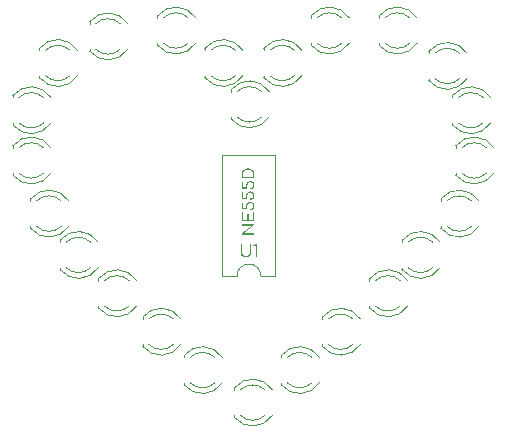
<source format=gbr>
%TF.GenerationSoftware,KiCad,Pcbnew,9.0.1*%
%TF.CreationDate,2025-04-07T15:46:51+02:00*%
%TF.ProjectId,Heart_NE555_THT,48656172-745f-44e4-9535-35355f544854,rev?*%
%TF.SameCoordinates,Original*%
%TF.FileFunction,Legend,Top*%
%TF.FilePolarity,Positive*%
%FSLAX46Y46*%
G04 Gerber Fmt 4.6, Leading zero omitted, Abs format (unit mm)*
G04 Created by KiCad (PCBNEW 9.0.1) date 2025-04-07 15:46:51*
%MOMM*%
%LPD*%
G01*
G04 APERTURE LIST*
%ADD10C,0.150000*%
%ADD11C,0.120000*%
G04 APERTURE END LIST*
D10*
G36*
X124688111Y-87937409D02*
G01*
X124604342Y-87931682D01*
X124529422Y-87915163D01*
X124462003Y-87888438D01*
X124400255Y-87850984D01*
X124349305Y-87805865D01*
X124308008Y-87752639D01*
X124277580Y-87692659D01*
X124259097Y-87626854D01*
X124252748Y-87553825D01*
X124252748Y-86876174D01*
X124256682Y-86854291D01*
X124268135Y-86837034D01*
X124285406Y-86825536D01*
X124307336Y-86821585D01*
X124329266Y-86825536D01*
X124346537Y-86837034D01*
X124357990Y-86854291D01*
X124361924Y-86876174D01*
X124361924Y-87553825D01*
X124366680Y-87607617D01*
X124380493Y-87655775D01*
X124403201Y-87699394D01*
X124433994Y-87737941D01*
X124472191Y-87770765D01*
X124518728Y-87798129D01*
X124569321Y-87817586D01*
X124625459Y-87829618D01*
X124688111Y-87833789D01*
X124749853Y-87829616D01*
X124805070Y-87817584D01*
X124854745Y-87798129D01*
X124900378Y-87770843D01*
X124938116Y-87738029D01*
X124968807Y-87699394D01*
X124991550Y-87655772D01*
X125005383Y-87607613D01*
X125010145Y-87553825D01*
X125010145Y-86876174D01*
X125014079Y-86854291D01*
X125025532Y-86837034D01*
X125042803Y-86825536D01*
X125064733Y-86821585D01*
X125087750Y-86825620D01*
X125104606Y-86837034D01*
X125115538Y-86854237D01*
X125119321Y-86876174D01*
X125119321Y-87553825D01*
X125112965Y-87626851D01*
X125094463Y-87692656D01*
X125064000Y-87752639D01*
X125022804Y-87805950D01*
X124972295Y-87851059D01*
X124911410Y-87888438D01*
X124844947Y-87915158D01*
X124770968Y-87931678D01*
X124688111Y-87937409D01*
G37*
G36*
X125593336Y-87915000D02*
G01*
X125572485Y-87911147D01*
X125554806Y-87899612D01*
X125542834Y-87882292D01*
X125538747Y-87860411D01*
X125538747Y-86950423D01*
X125398735Y-86999394D01*
X125370708Y-87006416D01*
X125348773Y-87002479D01*
X125331507Y-86991029D01*
X125319994Y-86973907D01*
X125316120Y-86953171D01*
X125318068Y-86936986D01*
X125323814Y-86922397D01*
X125334016Y-86910519D01*
X125351108Y-86901392D01*
X125566713Y-86827203D01*
X125581429Y-86822318D01*
X125594740Y-86820181D01*
X125616445Y-86824300D01*
X125633208Y-86836301D01*
X125644220Y-86853928D01*
X125647924Y-86874830D01*
X125647924Y-87860411D01*
X125643987Y-87882346D01*
X125632537Y-87899612D01*
X125615271Y-87911062D01*
X125593336Y-87915000D01*
G37*
G36*
X125415000Y-85971658D02*
G01*
X125411062Y-85993593D01*
X125399612Y-86010859D01*
X125382346Y-86022309D01*
X125360411Y-86026246D01*
X124376174Y-86026246D01*
X124354291Y-86022312D01*
X124337034Y-86010859D01*
X124325536Y-85993588D01*
X124321585Y-85971658D01*
X124326456Y-85948610D01*
X124341186Y-85929648D01*
X125220399Y-85260484D01*
X124376174Y-85260484D01*
X124354291Y-85256549D01*
X124337034Y-85245097D01*
X124325534Y-85227775D01*
X124321585Y-85205835D01*
X124325448Y-85185041D01*
X124337034Y-85167366D01*
X124354351Y-85155343D01*
X124376174Y-85151246D01*
X125360411Y-85151246D01*
X125382287Y-85155346D01*
X125399612Y-85167366D01*
X125411150Y-85185036D01*
X125415000Y-85205835D01*
X125410786Y-85228305D01*
X125396803Y-85246440D01*
X124517590Y-85917070D01*
X125360411Y-85917070D01*
X125382287Y-85921169D01*
X125399612Y-85933190D01*
X125411145Y-85950818D01*
X125415000Y-85971658D01*
G37*
G36*
X125415000Y-84816878D02*
G01*
X125411062Y-84838813D01*
X125399612Y-84856079D01*
X125382346Y-84867529D01*
X125360411Y-84871466D01*
X124376174Y-84871466D01*
X124354291Y-84867532D01*
X124337034Y-84856079D01*
X124325536Y-84838808D01*
X124321585Y-84816878D01*
X124321585Y-84160292D01*
X124325291Y-84139400D01*
X124336301Y-84121824D01*
X124353072Y-84109826D01*
X124374830Y-84105704D01*
X124394249Y-84109667D01*
X124411222Y-84121824D01*
X124422755Y-84139452D01*
X124426610Y-84160292D01*
X124426610Y-84762290D01*
X124813002Y-84762290D01*
X124813002Y-84324057D01*
X124816936Y-84302174D01*
X124828389Y-84284917D01*
X124845465Y-84273358D01*
X124866186Y-84269469D01*
X124886906Y-84273358D01*
X124903982Y-84284917D01*
X124915435Y-84302174D01*
X124919370Y-84324057D01*
X124919370Y-84762290D01*
X125309975Y-84762290D01*
X125309975Y-84160292D01*
X125313843Y-84139456D01*
X125325423Y-84121824D01*
X125342355Y-84109672D01*
X125361816Y-84105704D01*
X125383574Y-84109826D01*
X125400345Y-84121824D01*
X125411307Y-84139396D01*
X125415000Y-84160292D01*
X125415000Y-84816878D01*
G37*
G36*
X125415000Y-83598106D02*
G01*
X125409614Y-83664020D01*
X125393917Y-83723851D01*
X125368105Y-83778724D01*
X125333059Y-83828332D01*
X125290809Y-83870374D01*
X125240732Y-83905425D01*
X125185393Y-83931260D01*
X125125306Y-83946946D01*
X125059382Y-83952319D01*
X125037499Y-83948385D01*
X125020242Y-83936932D01*
X125008681Y-83919805D01*
X125004794Y-83899074D01*
X125008717Y-83877071D01*
X125020242Y-83859202D01*
X125037559Y-83847179D01*
X125059382Y-83843082D01*
X125105202Y-83839392D01*
X125146962Y-83828624D01*
X125185411Y-83810903D01*
X125220224Y-83786776D01*
X125249483Y-83757745D01*
X125273644Y-83723403D01*
X125291346Y-83685383D01*
X125302123Y-83643876D01*
X125305823Y-83598106D01*
X125302133Y-83552286D01*
X125291365Y-83510526D01*
X125273644Y-83472077D01*
X125249442Y-83437312D01*
X125220178Y-83408069D01*
X125185411Y-83383905D01*
X125146962Y-83366184D01*
X125105202Y-83355416D01*
X125059382Y-83351726D01*
X125013603Y-83355415D01*
X124971862Y-83366182D01*
X124933414Y-83383905D01*
X124898651Y-83408071D01*
X124869408Y-83437314D01*
X124845242Y-83472077D01*
X124827486Y-83510529D01*
X124816698Y-83552289D01*
X124813002Y-83598106D01*
X124813002Y-83843082D01*
X124808916Y-83864962D01*
X124796943Y-83882283D01*
X124779264Y-83893818D01*
X124758414Y-83897670D01*
X124374830Y-83897670D01*
X124353980Y-83893818D01*
X124336301Y-83882283D01*
X124324281Y-83864957D01*
X124320181Y-83843082D01*
X124320181Y-83351726D01*
X124324193Y-83330932D01*
X124336301Y-83313197D01*
X124354036Y-83301089D01*
X124374830Y-83297077D01*
X124395624Y-83300940D01*
X124413299Y-83312525D01*
X124425319Y-83329850D01*
X124429419Y-83351726D01*
X124429419Y-83789898D01*
X124703825Y-83789898D01*
X124703825Y-83598106D01*
X124709235Y-83531255D01*
X124724956Y-83470975D01*
X124750720Y-83416084D01*
X124785766Y-83366475D01*
X124828016Y-83324433D01*
X124878093Y-83289383D01*
X124933393Y-83263550D01*
X124993459Y-83247862D01*
X125059382Y-83242488D01*
X125125306Y-83247861D01*
X125185393Y-83263548D01*
X125240732Y-83289383D01*
X125290809Y-83324433D01*
X125333059Y-83366475D01*
X125368105Y-83416084D01*
X125393869Y-83470975D01*
X125409589Y-83531255D01*
X125415000Y-83598106D01*
G37*
G36*
X125415000Y-82720786D02*
G01*
X125409614Y-82786700D01*
X125393917Y-82846531D01*
X125368105Y-82901403D01*
X125333059Y-82951012D01*
X125290809Y-82993054D01*
X125240732Y-83028104D01*
X125185393Y-83053939D01*
X125125306Y-83069626D01*
X125059382Y-83074999D01*
X125037499Y-83071064D01*
X125020242Y-83059612D01*
X125008681Y-83042485D01*
X125004794Y-83021754D01*
X125008717Y-82999751D01*
X125020242Y-82981881D01*
X125037559Y-82969858D01*
X125059382Y-82965761D01*
X125105202Y-82962072D01*
X125146962Y-82951303D01*
X125185411Y-82933582D01*
X125220224Y-82909456D01*
X125249483Y-82880425D01*
X125273644Y-82846082D01*
X125291346Y-82808063D01*
X125302123Y-82766556D01*
X125305823Y-82720786D01*
X125302133Y-82674966D01*
X125291365Y-82633205D01*
X125273644Y-82594756D01*
X125249442Y-82559991D01*
X125220178Y-82530748D01*
X125185411Y-82506585D01*
X125146962Y-82488864D01*
X125105202Y-82478095D01*
X125059382Y-82474406D01*
X125013603Y-82478094D01*
X124971862Y-82488861D01*
X124933414Y-82506585D01*
X124898651Y-82530750D01*
X124869408Y-82559994D01*
X124845242Y-82594756D01*
X124827486Y-82633209D01*
X124816698Y-82674969D01*
X124813002Y-82720786D01*
X124813002Y-82965761D01*
X124808916Y-82987642D01*
X124796943Y-83004962D01*
X124779264Y-83016497D01*
X124758414Y-83020350D01*
X124374830Y-83020350D01*
X124353980Y-83016497D01*
X124336301Y-83004962D01*
X124324281Y-82987637D01*
X124320181Y-82965761D01*
X124320181Y-82474406D01*
X124324193Y-82453611D01*
X124336301Y-82435876D01*
X124354036Y-82423769D01*
X124374830Y-82419756D01*
X124395624Y-82423619D01*
X124413299Y-82435205D01*
X124425319Y-82452530D01*
X124429419Y-82474406D01*
X124429419Y-82912577D01*
X124703825Y-82912577D01*
X124703825Y-82720786D01*
X124709235Y-82653935D01*
X124724956Y-82593655D01*
X124750720Y-82538764D01*
X124785766Y-82489155D01*
X124828016Y-82447113D01*
X124878093Y-82412063D01*
X124933393Y-82386230D01*
X124993459Y-82370542D01*
X125059382Y-82365168D01*
X125125306Y-82370541D01*
X125185393Y-82386228D01*
X125240732Y-82412063D01*
X125290809Y-82447113D01*
X125333059Y-82489155D01*
X125368105Y-82538764D01*
X125393869Y-82593655D01*
X125409589Y-82653935D01*
X125415000Y-82720786D01*
G37*
G36*
X125415000Y-81843465D02*
G01*
X125409614Y-81909379D01*
X125393917Y-81969210D01*
X125368105Y-82024083D01*
X125333059Y-82073692D01*
X125290809Y-82115734D01*
X125240732Y-82150784D01*
X125185393Y-82176619D01*
X125125306Y-82192306D01*
X125059382Y-82197679D01*
X125037499Y-82193744D01*
X125020242Y-82182291D01*
X125008681Y-82165165D01*
X125004794Y-82144434D01*
X125008717Y-82122431D01*
X125020242Y-82104561D01*
X125037559Y-82092538D01*
X125059382Y-82088441D01*
X125105202Y-82084751D01*
X125146962Y-82073983D01*
X125185411Y-82056262D01*
X125220224Y-82032135D01*
X125249483Y-82003105D01*
X125273644Y-81968762D01*
X125291346Y-81930742D01*
X125302123Y-81889236D01*
X125305823Y-81843465D01*
X125302133Y-81797645D01*
X125291365Y-81755885D01*
X125273644Y-81717436D01*
X125249442Y-81682671D01*
X125220178Y-81653428D01*
X125185411Y-81629264D01*
X125146962Y-81611543D01*
X125105202Y-81600775D01*
X125059382Y-81597085D01*
X125013603Y-81600774D01*
X124971862Y-81611541D01*
X124933414Y-81629264D01*
X124898651Y-81653430D01*
X124869408Y-81682673D01*
X124845242Y-81717436D01*
X124827486Y-81755888D01*
X124816698Y-81797649D01*
X124813002Y-81843465D01*
X124813002Y-82088441D01*
X124808916Y-82110322D01*
X124796943Y-82127642D01*
X124779264Y-82139177D01*
X124758414Y-82143029D01*
X124374830Y-82143029D01*
X124353980Y-82139177D01*
X124336301Y-82127642D01*
X124324281Y-82110317D01*
X124320181Y-82088441D01*
X124320181Y-81597085D01*
X124324193Y-81576291D01*
X124336301Y-81558556D01*
X124354036Y-81546448D01*
X124374830Y-81542436D01*
X124395624Y-81546299D01*
X124413299Y-81557884D01*
X124425319Y-81575210D01*
X124429419Y-81597085D01*
X124429419Y-82035257D01*
X124703825Y-82035257D01*
X124703825Y-81843465D01*
X124709235Y-81776615D01*
X124724956Y-81716335D01*
X124750720Y-81661443D01*
X124785766Y-81611835D01*
X124828016Y-81569793D01*
X124878093Y-81534742D01*
X124933393Y-81508909D01*
X124993459Y-81493222D01*
X125059382Y-81487848D01*
X125125306Y-81493221D01*
X125185393Y-81508907D01*
X125240732Y-81534742D01*
X125290809Y-81569793D01*
X125333059Y-81611835D01*
X125368105Y-81661443D01*
X125393869Y-81716335D01*
X125409589Y-81776615D01*
X125415000Y-81843465D01*
G37*
G36*
X124947084Y-80423347D02*
G01*
X125020325Y-80436783D01*
X125088142Y-80458670D01*
X125152395Y-80489179D01*
X125210055Y-80526671D01*
X125261737Y-80571327D01*
X125306765Y-80622603D01*
X125344498Y-80680029D01*
X125375127Y-80744250D01*
X125396977Y-80812024D01*
X125410394Y-80885245D01*
X125415000Y-80964741D01*
X125415000Y-81216738D01*
X125411062Y-81238673D01*
X125399612Y-81255939D01*
X125382346Y-81267390D01*
X125360411Y-81271327D01*
X124376174Y-81271327D01*
X124354291Y-81267392D01*
X124337034Y-81255939D01*
X124325536Y-81238669D01*
X124321585Y-81216738D01*
X124321585Y-80964741D01*
X124419588Y-80964741D01*
X124419588Y-81162150D01*
X125316997Y-81162150D01*
X125316997Y-80964741D01*
X125310257Y-80880488D01*
X125290751Y-80805195D01*
X125258928Y-80737290D01*
X125215325Y-80676177D01*
X125162413Y-80624849D01*
X125099316Y-80582562D01*
X125029680Y-80551874D01*
X124952919Y-80533060D01*
X124867590Y-80526569D01*
X124782262Y-80533061D01*
X124705523Y-80551876D01*
X124635926Y-80582562D01*
X124572838Y-80624880D01*
X124520161Y-80676208D01*
X124476985Y-80737290D01*
X124445544Y-80805156D01*
X124426256Y-80880453D01*
X124419588Y-80964741D01*
X124321585Y-80964741D01*
X124326197Y-80885247D01*
X124339634Y-80812027D01*
X124361519Y-80744250D01*
X124392117Y-80680035D01*
X124429849Y-80622609D01*
X124474909Y-80571327D01*
X124526567Y-80526633D01*
X124584013Y-80489147D01*
X124647833Y-80458670D01*
X124715133Y-80436804D01*
X124788099Y-80423358D01*
X124867590Y-80418736D01*
X124947084Y-80423347D01*
G37*
D11*
%TO.C,U1*%
X122690000Y-79250000D02*
X122690000Y-89530000D01*
X122690000Y-89530000D02*
X123940000Y-89530000D01*
X125940000Y-89530000D02*
X127190000Y-89530000D01*
X127190000Y-79250000D02*
X122690000Y-79250000D01*
X127190000Y-89530000D02*
X127190000Y-79250000D01*
X123940000Y-89530000D02*
G75*
G02*
X125940000Y-89530000I1000000J0D01*
G01*
%TO.C,D26*%
X119450000Y-96264000D02*
X119450000Y-96420000D01*
X119450000Y-98580000D02*
X119450000Y-98736000D01*
X119450000Y-96264484D02*
G75*
G02*
X122682335Y-96421392I1560000J-1235516D01*
G01*
X119969039Y-96420000D02*
G75*
G02*
X122051130Y-96420163I1040961J-1080000D01*
G01*
X122051130Y-98579837D02*
G75*
G02*
X119969039Y-98580000I-1041130J1079837D01*
G01*
X122682335Y-98578608D02*
G75*
G02*
X119450000Y-98735516I-1672335J1078608D01*
G01*
%TO.C,D25*%
X115950000Y-93014000D02*
X115950000Y-93170000D01*
X115950000Y-95330000D02*
X115950000Y-95486000D01*
X115950000Y-93014484D02*
G75*
G02*
X119182335Y-93171392I1560000J-1235516D01*
G01*
X116469039Y-93170000D02*
G75*
G02*
X118551130Y-93170163I1040961J-1080000D01*
G01*
X118551130Y-95329837D02*
G75*
G02*
X116469039Y-95330000I-1041130J1079837D01*
G01*
X119182335Y-95328608D02*
G75*
G02*
X115950000Y-95485516I-1672335J1078608D01*
G01*
%TO.C,D24*%
X112200000Y-89764000D02*
X112200000Y-89920000D01*
X112200000Y-92080000D02*
X112200000Y-92236000D01*
X112200000Y-89764484D02*
G75*
G02*
X115432335Y-89921392I1560000J-1235516D01*
G01*
X112719039Y-89920000D02*
G75*
G02*
X114801130Y-89920163I1040961J-1080000D01*
G01*
X114801130Y-92079837D02*
G75*
G02*
X112719039Y-92080000I-1041130J1079837D01*
G01*
X115432335Y-92078608D02*
G75*
G02*
X112200000Y-92235516I-1672335J1078608D01*
G01*
%TO.C,D23*%
X108950000Y-86514000D02*
X108950000Y-86670000D01*
X108950000Y-88830000D02*
X108950000Y-88986000D01*
X108950000Y-86514484D02*
G75*
G02*
X112182335Y-86671392I1560000J-1235516D01*
G01*
X109469039Y-86670000D02*
G75*
G02*
X111551130Y-86670163I1040961J-1080000D01*
G01*
X111551130Y-88829837D02*
G75*
G02*
X109469039Y-88830000I-1041130J1079837D01*
G01*
X112182335Y-88828608D02*
G75*
G02*
X108950000Y-88985516I-1672335J1078608D01*
G01*
%TO.C,D22*%
X106450000Y-83014000D02*
X106450000Y-83170000D01*
X106450000Y-85330000D02*
X106450000Y-85486000D01*
X106450000Y-83014484D02*
G75*
G02*
X109682335Y-83171392I1560000J-1235516D01*
G01*
X106969039Y-83170000D02*
G75*
G02*
X109051130Y-83170163I1040961J-1080000D01*
G01*
X109051130Y-85329837D02*
G75*
G02*
X106969039Y-85330000I-1041130J1079837D01*
G01*
X109682335Y-85328608D02*
G75*
G02*
X106450000Y-85485516I-1672335J1078608D01*
G01*
%TO.C,D21*%
X104950000Y-78514000D02*
X104950000Y-78670000D01*
X104950000Y-80830000D02*
X104950000Y-80986000D01*
X104950000Y-78514484D02*
G75*
G02*
X108182335Y-78671392I1560000J-1235516D01*
G01*
X105469039Y-78670000D02*
G75*
G02*
X107551130Y-78670163I1040961J-1080000D01*
G01*
X107551130Y-80829837D02*
G75*
G02*
X105469039Y-80830000I-1041130J1079837D01*
G01*
X108182335Y-80828608D02*
G75*
G02*
X104950000Y-80985516I-1672335J1078608D01*
G01*
%TO.C,D20*%
X104950000Y-74264000D02*
X104950000Y-74420000D01*
X104950000Y-76580000D02*
X104950000Y-76736000D01*
X104950000Y-74264484D02*
G75*
G02*
X108182335Y-74421392I1560000J-1235516D01*
G01*
X105469039Y-74420000D02*
G75*
G02*
X107551130Y-74420163I1040961J-1080000D01*
G01*
X107551130Y-76579837D02*
G75*
G02*
X105469039Y-76580000I-1041130J1079837D01*
G01*
X108182335Y-76578608D02*
G75*
G02*
X104950000Y-76735516I-1672335J1078608D01*
G01*
%TO.C,D17*%
X117200000Y-67514000D02*
X117200000Y-67670000D01*
X117200000Y-69830000D02*
X117200000Y-69986000D01*
X117200000Y-67514484D02*
G75*
G02*
X120432335Y-67671392I1560000J-1235516D01*
G01*
X117719039Y-67670000D02*
G75*
G02*
X119801130Y-67670163I1040961J-1080000D01*
G01*
X119801130Y-69829837D02*
G75*
G02*
X117719039Y-69830000I-1041130J1079837D01*
G01*
X120432335Y-69828608D02*
G75*
G02*
X117200000Y-69985516I-1672335J1078608D01*
G01*
%TO.C,D16*%
X121200000Y-70264000D02*
X121200000Y-70420000D01*
X121200000Y-72580000D02*
X121200000Y-72736000D01*
X121200000Y-70264484D02*
G75*
G02*
X124432335Y-70421392I1560000J-1235516D01*
G01*
X121719039Y-70420000D02*
G75*
G02*
X123801130Y-70420163I1040961J-1080000D01*
G01*
X123801130Y-72579837D02*
G75*
G02*
X121719039Y-72580000I-1041130J1079837D01*
G01*
X124432335Y-72578608D02*
G75*
G02*
X121200000Y-72735516I-1672335J1078608D01*
G01*
%TO.C,D15*%
X123425000Y-73764000D02*
X123425000Y-73920000D01*
X123425000Y-76080000D02*
X123425000Y-76236000D01*
X123425000Y-73764484D02*
G75*
G02*
X126657335Y-73921392I1560000J-1235516D01*
G01*
X123944039Y-73920000D02*
G75*
G02*
X126026130Y-73920163I1040961J-1080000D01*
G01*
X126026130Y-76079837D02*
G75*
G02*
X123944039Y-76080000I-1041130J1079837D01*
G01*
X126657335Y-76078608D02*
G75*
G02*
X123425000Y-76235516I-1672335J1078608D01*
G01*
%TO.C,D14*%
X126200000Y-70264000D02*
X126200000Y-70420000D01*
X126200000Y-72580000D02*
X126200000Y-72736000D01*
X126200000Y-70264484D02*
G75*
G02*
X129432335Y-70421392I1560000J-1235516D01*
G01*
X126719039Y-70420000D02*
G75*
G02*
X128801130Y-70420163I1040961J-1080000D01*
G01*
X128801130Y-72579837D02*
G75*
G02*
X126719039Y-72580000I-1041130J1079837D01*
G01*
X129432335Y-72578608D02*
G75*
G02*
X126200000Y-72735516I-1672335J1078608D01*
G01*
%TO.C,D13*%
X130200000Y-67514000D02*
X130200000Y-67670000D01*
X130200000Y-69830000D02*
X130200000Y-69986000D01*
X130200000Y-67514484D02*
G75*
G02*
X133432335Y-67671392I1560000J-1235516D01*
G01*
X130719039Y-67670000D02*
G75*
G02*
X132801130Y-67670163I1040961J-1080000D01*
G01*
X132801130Y-69829837D02*
G75*
G02*
X130719039Y-69830000I-1041130J1079837D01*
G01*
X133432335Y-69828608D02*
G75*
G02*
X130200000Y-69985516I-1672335J1078608D01*
G01*
%TO.C,D11*%
X140175000Y-70514000D02*
X140175000Y-70670000D01*
X140175000Y-72830000D02*
X140175000Y-72986000D01*
X140175000Y-70514484D02*
G75*
G02*
X143407335Y-70671392I1560000J-1235516D01*
G01*
X140694039Y-70670000D02*
G75*
G02*
X142776130Y-70670163I1040961J-1080000D01*
G01*
X142776130Y-72829837D02*
G75*
G02*
X140694039Y-72830000I-1041130J1079837D01*
G01*
X143407335Y-72828608D02*
G75*
G02*
X140175000Y-72985516I-1672335J1078608D01*
G01*
%TO.C,D6*%
X135150000Y-89764000D02*
X135150000Y-89920000D01*
X135150000Y-92080000D02*
X135150000Y-92236000D01*
X135150000Y-89764484D02*
G75*
G02*
X138382335Y-89921392I1560000J-1235516D01*
G01*
X135669039Y-89920000D02*
G75*
G02*
X137751130Y-89920163I1040961J-1080000D01*
G01*
X137751130Y-92079837D02*
G75*
G02*
X135669039Y-92080000I-1041130J1079837D01*
G01*
X138382335Y-92078608D02*
G75*
G02*
X135150000Y-92235516I-1672335J1078608D01*
G01*
%TO.C,D10*%
X142175000Y-74264000D02*
X142175000Y-74420000D01*
X142175000Y-76580000D02*
X142175000Y-76736000D01*
X142175000Y-74264484D02*
G75*
G02*
X145407335Y-74421392I1560000J-1235516D01*
G01*
X142694039Y-74420000D02*
G75*
G02*
X144776130Y-74420163I1040961J-1080000D01*
G01*
X144776130Y-76579837D02*
G75*
G02*
X142694039Y-76580000I-1041130J1079837D01*
G01*
X145407335Y-76578608D02*
G75*
G02*
X142175000Y-76735516I-1672335J1078608D01*
G01*
%TO.C,D3*%
X123700000Y-99014000D02*
X123700000Y-99170000D01*
X123700000Y-101330000D02*
X123700000Y-101486000D01*
X123700000Y-99014484D02*
G75*
G02*
X126932335Y-99171392I1560000J-1235516D01*
G01*
X124219039Y-99170000D02*
G75*
G02*
X126301130Y-99170163I1040961J-1080000D01*
G01*
X126301130Y-101329837D02*
G75*
G02*
X124219039Y-101330000I-1041130J1079837D01*
G01*
X126932335Y-101328608D02*
G75*
G02*
X123700000Y-101485516I-1672335J1078608D01*
G01*
%TO.C,D7*%
X137900000Y-86514000D02*
X137900000Y-86670000D01*
X137900000Y-88830000D02*
X137900000Y-88986000D01*
X137900000Y-86514484D02*
G75*
G02*
X141132335Y-86671392I1560000J-1235516D01*
G01*
X138419039Y-86670000D02*
G75*
G02*
X140501130Y-86670163I1040961J-1080000D01*
G01*
X140501130Y-88829837D02*
G75*
G02*
X138419039Y-88830000I-1041130J1079837D01*
G01*
X141132335Y-88828608D02*
G75*
G02*
X137900000Y-88985516I-1672335J1078608D01*
G01*
%TO.C,D5*%
X131150000Y-93014000D02*
X131150000Y-93170000D01*
X131150000Y-95330000D02*
X131150000Y-95486000D01*
X131150000Y-93014484D02*
G75*
G02*
X134382335Y-93171392I1560000J-1235516D01*
G01*
X131669039Y-93170000D02*
G75*
G02*
X133751130Y-93170163I1040961J-1080000D01*
G01*
X133751130Y-95329837D02*
G75*
G02*
X131669039Y-95330000I-1041130J1079837D01*
G01*
X134382335Y-95328608D02*
G75*
G02*
X131150000Y-95485516I-1672335J1078608D01*
G01*
%TO.C,D4*%
X127675000Y-96264000D02*
X127675000Y-96420000D01*
X127675000Y-98580000D02*
X127675000Y-98736000D01*
X127675000Y-96264484D02*
G75*
G02*
X130907335Y-96421392I1560000J-1235516D01*
G01*
X128194039Y-96420000D02*
G75*
G02*
X130276130Y-96420163I1040961J-1080000D01*
G01*
X130276130Y-98579837D02*
G75*
G02*
X128194039Y-98580000I-1041130J1079837D01*
G01*
X130907335Y-98578608D02*
G75*
G02*
X127675000Y-98735516I-1672335J1078608D01*
G01*
%TO.C,D9*%
X142450000Y-78514000D02*
X142450000Y-78670000D01*
X142450000Y-80830000D02*
X142450000Y-80986000D01*
X142450000Y-78514484D02*
G75*
G02*
X145682335Y-78671392I1560000J-1235516D01*
G01*
X142969039Y-78670000D02*
G75*
G02*
X145051130Y-78670163I1040961J-1080000D01*
G01*
X145051130Y-80829837D02*
G75*
G02*
X142969039Y-80830000I-1041130J1079837D01*
G01*
X145682335Y-80828608D02*
G75*
G02*
X142450000Y-80985516I-1672335J1078608D01*
G01*
%TO.C,D8*%
X141185000Y-83014000D02*
X141185000Y-83170000D01*
X141185000Y-85330000D02*
X141185000Y-85486000D01*
X141185000Y-83014484D02*
G75*
G02*
X144417335Y-83171392I1560000J-1235516D01*
G01*
X141704039Y-83170000D02*
G75*
G02*
X143786130Y-83170163I1040961J-1080000D01*
G01*
X143786130Y-85329837D02*
G75*
G02*
X141704039Y-85330000I-1041130J1079837D01*
G01*
X144417335Y-85328608D02*
G75*
G02*
X141185000Y-85485516I-1672335J1078608D01*
G01*
%TO.C,D12*%
X135950000Y-67514000D02*
X135950000Y-67670000D01*
X135950000Y-69830000D02*
X135950000Y-69986000D01*
X135950000Y-67514484D02*
G75*
G02*
X139182335Y-67671392I1560000J-1235516D01*
G01*
X136469039Y-67670000D02*
G75*
G02*
X138551130Y-67670163I1040961J-1080000D01*
G01*
X138551130Y-69829837D02*
G75*
G02*
X136469039Y-69830000I-1041130J1079837D01*
G01*
X139182335Y-69828608D02*
G75*
G02*
X135950000Y-69985516I-1672335J1078608D01*
G01*
%TO.C,D19*%
X107200000Y-70264000D02*
X107200000Y-70420000D01*
X107200000Y-72580000D02*
X107200000Y-72736000D01*
X107200000Y-70264484D02*
G75*
G02*
X110432335Y-70421392I1560000J-1235516D01*
G01*
X107719039Y-70420000D02*
G75*
G02*
X109801130Y-70420163I1040961J-1080000D01*
G01*
X109801130Y-72579837D02*
G75*
G02*
X107719039Y-72580000I-1041130J1079837D01*
G01*
X110432335Y-72578608D02*
G75*
G02*
X107200000Y-72735516I-1672335J1078608D01*
G01*
%TO.C,D18*%
X111450000Y-68014000D02*
X111450000Y-68170000D01*
X111450000Y-70330000D02*
X111450000Y-70486000D01*
X111450000Y-68014484D02*
G75*
G02*
X114682335Y-68171392I1560000J-1235516D01*
G01*
X111969039Y-68170000D02*
G75*
G02*
X114051130Y-68170163I1040961J-1080000D01*
G01*
X114051130Y-70329837D02*
G75*
G02*
X111969039Y-70330000I-1041130J1079837D01*
G01*
X114682335Y-70328608D02*
G75*
G02*
X111450000Y-70485516I-1672335J1078608D01*
G01*
%TD*%
M02*

</source>
